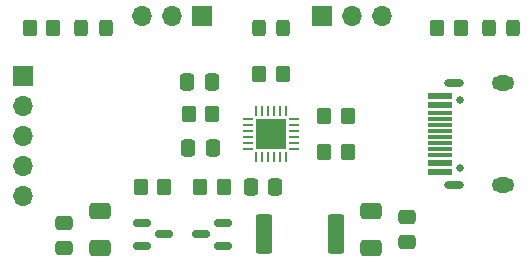
<source format=gts>
%TF.GenerationSoftware,KiCad,Pcbnew,8.0.4*%
%TF.CreationDate,2025-01-04T18:23:54+00:00*%
%TF.ProjectId,ap3372s_usbpd,61703333-3732-4735-9f75-736270642e6b,rev?*%
%TF.SameCoordinates,Original*%
%TF.FileFunction,Soldermask,Top*%
%TF.FilePolarity,Negative*%
%FSLAX46Y46*%
G04 Gerber Fmt 4.6, Leading zero omitted, Abs format (unit mm)*
G04 Created by KiCad (PCBNEW 8.0.4) date 2025-01-04 18:23:54*
%MOMM*%
%LPD*%
G01*
G04 APERTURE LIST*
G04 Aperture macros list*
%AMRoundRect*
0 Rectangle with rounded corners*
0 $1 Rounding radius*
0 $2 $3 $4 $5 $6 $7 $8 $9 X,Y pos of 4 corners*
0 Add a 4 corners polygon primitive as box body*
4,1,4,$2,$3,$4,$5,$6,$7,$8,$9,$2,$3,0*
0 Add four circle primitives for the rounded corners*
1,1,$1+$1,$2,$3*
1,1,$1+$1,$4,$5*
1,1,$1+$1,$6,$7*
1,1,$1+$1,$8,$9*
0 Add four rect primitives between the rounded corners*
20,1,$1+$1,$2,$3,$4,$5,0*
20,1,$1+$1,$4,$5,$6,$7,0*
20,1,$1+$1,$6,$7,$8,$9,0*
20,1,$1+$1,$8,$9,$2,$3,0*%
G04 Aperture macros list end*
%ADD10R,1.700000X1.700000*%
%ADD11O,1.700000X1.700000*%
%ADD12RoundRect,0.150000X-0.587500X-0.150000X0.587500X-0.150000X0.587500X0.150000X-0.587500X0.150000X0*%
%ADD13RoundRect,0.250000X0.650000X-0.412500X0.650000X0.412500X-0.650000X0.412500X-0.650000X-0.412500X0*%
%ADD14RoundRect,0.250000X0.475000X-0.337500X0.475000X0.337500X-0.475000X0.337500X-0.475000X-0.337500X0*%
%ADD15RoundRect,0.250000X0.350000X0.450000X-0.350000X0.450000X-0.350000X-0.450000X0.350000X-0.450000X0*%
%ADD16RoundRect,0.250000X0.325000X0.450000X-0.325000X0.450000X-0.325000X-0.450000X0.325000X-0.450000X0*%
%ADD17RoundRect,0.250000X-0.350000X-0.450000X0.350000X-0.450000X0.350000X0.450000X-0.350000X0.450000X0*%
%ADD18RoundRect,0.250000X-0.337500X-0.475000X0.337500X-0.475000X0.337500X0.475000X-0.337500X0.475000X0*%
%ADD19RoundRect,0.249999X0.450001X1.425001X-0.450001X1.425001X-0.450001X-1.425001X0.450001X-1.425001X0*%
%ADD20RoundRect,0.250000X0.337500X0.475000X-0.337500X0.475000X-0.337500X-0.475000X0.337500X-0.475000X0*%
%ADD21RoundRect,0.150000X0.587500X0.150000X-0.587500X0.150000X-0.587500X-0.150000X0.587500X-0.150000X0*%
%ADD22RoundRect,0.062500X0.350000X0.062500X-0.350000X0.062500X-0.350000X-0.062500X0.350000X-0.062500X0*%
%ADD23RoundRect,0.062500X0.062500X0.350000X-0.062500X0.350000X-0.062500X-0.350000X0.062500X-0.350000X0*%
%ADD24R,2.600000X2.600000*%
%ADD25O,1.700000X0.600000*%
%ADD26C,0.650000*%
%ADD27R,2.000000X0.600000*%
%ADD28R,2.000000X0.300000*%
%ADD29O,1.900000X1.300000*%
G04 APERTURE END LIST*
D10*
%TO.C,J11*%
X51500000Y-57080000D03*
D11*
X51500000Y-59620000D03*
X51500000Y-62160000D03*
X51500000Y-64700000D03*
X51500000Y-67240000D03*
%TD*%
D12*
%TO.C,Q2*%
X61562500Y-69550000D03*
X61562500Y-71450000D03*
X63437500Y-70500000D03*
%TD*%
D13*
%TO.C,C9*%
X81000000Y-71650000D03*
X81000000Y-68525000D03*
%TD*%
D14*
%TO.C,C14*%
X55000000Y-71630000D03*
X55000000Y-69555000D03*
%TD*%
D15*
%TO.C,R12*%
X63500000Y-66500000D03*
X61500000Y-66500000D03*
%TD*%
D13*
%TO.C,C13*%
X58000000Y-71630000D03*
X58000000Y-68505000D03*
%TD*%
D16*
%TO.C,D3*%
X93025000Y-53000000D03*
X90975000Y-53000000D03*
%TD*%
%TO.C,D5*%
X58525000Y-53000000D03*
X56475000Y-53000000D03*
%TD*%
D14*
%TO.C,C8*%
X84000000Y-71125000D03*
X84000000Y-69050000D03*
%TD*%
D15*
%TO.C,R14*%
X73500000Y-56950000D03*
X71500000Y-56950000D03*
%TD*%
D17*
%TO.C,R10*%
X86600000Y-53000000D03*
X88600000Y-53000000D03*
%TD*%
D15*
%TO.C,R9*%
X79000000Y-60500000D03*
X77000000Y-60500000D03*
%TD*%
D18*
%TO.C,C11*%
X70800000Y-66460000D03*
X72875000Y-66460000D03*
%TD*%
D16*
%TO.C,D4*%
X73525000Y-53000000D03*
X71475000Y-53000000D03*
%TD*%
D19*
%TO.C,R11*%
X78050000Y-70500000D03*
X71950000Y-70500000D03*
%TD*%
D17*
%TO.C,R15*%
X52100000Y-53000000D03*
X54100000Y-53000000D03*
%TD*%
D20*
%TO.C,C10*%
X67515000Y-57560000D03*
X65440000Y-57560000D03*
%TD*%
D10*
%TO.C,J10*%
X66720000Y-52000000D03*
D11*
X64180000Y-52000000D03*
X61640000Y-52000000D03*
%TD*%
D15*
%TO.C,TH1*%
X67550000Y-60330000D03*
X65550000Y-60330000D03*
%TD*%
D21*
%TO.C,Q1*%
X68437500Y-71450000D03*
X68437500Y-69550000D03*
X66562500Y-70500000D03*
%TD*%
D15*
%TO.C,R8*%
X79000000Y-63500000D03*
X77000000Y-63500000D03*
%TD*%
%TO.C,R13*%
X68500000Y-66500000D03*
X66500000Y-66500000D03*
%TD*%
D20*
%TO.C,C12*%
X67575000Y-63150000D03*
X65500000Y-63150000D03*
%TD*%
D10*
%TO.C,J9*%
X76880000Y-52000000D03*
D11*
X79420000Y-52000000D03*
X81960000Y-52000000D03*
%TD*%
D22*
%TO.C,U2*%
X74437500Y-63250000D03*
X74437500Y-62750000D03*
X74437500Y-62250000D03*
X74437500Y-61750000D03*
X74437500Y-61250000D03*
X74437500Y-60750000D03*
D23*
X73750000Y-60062500D03*
X73250000Y-60062500D03*
X72750000Y-60062500D03*
X72250000Y-60062500D03*
X71750000Y-60062500D03*
X71250000Y-60062500D03*
D22*
X70562500Y-60750000D03*
X70562500Y-61250000D03*
X70562500Y-61750000D03*
X70562500Y-62250000D03*
X70562500Y-62750000D03*
X70562500Y-63250000D03*
D23*
X71250000Y-63937500D03*
X71750000Y-63937500D03*
X72250000Y-63937500D03*
X72750000Y-63937500D03*
X73250000Y-63937500D03*
X73750000Y-63937500D03*
D24*
X72500000Y-62000000D03*
%TD*%
D25*
%TO.C,J8*%
X87983500Y-66320000D03*
D26*
X88513500Y-64890000D03*
X88513500Y-59110000D03*
D25*
X87983500Y-57680000D03*
D27*
X86793500Y-65250000D03*
X86793500Y-64450000D03*
D28*
X86793500Y-63250000D03*
X86793500Y-62250000D03*
X86793500Y-61750000D03*
X86793500Y-60750000D03*
D27*
X86793500Y-59550000D03*
X86793500Y-58750000D03*
X86793500Y-58750000D03*
X86793500Y-59550000D03*
D28*
X86793500Y-60250000D03*
X86793500Y-61250000D03*
X86793500Y-62750000D03*
X86793500Y-63750000D03*
D27*
X86793500Y-64450000D03*
X86793500Y-65250000D03*
D29*
X92163500Y-66320000D03*
X92163500Y-57680000D03*
%TD*%
M02*

</source>
